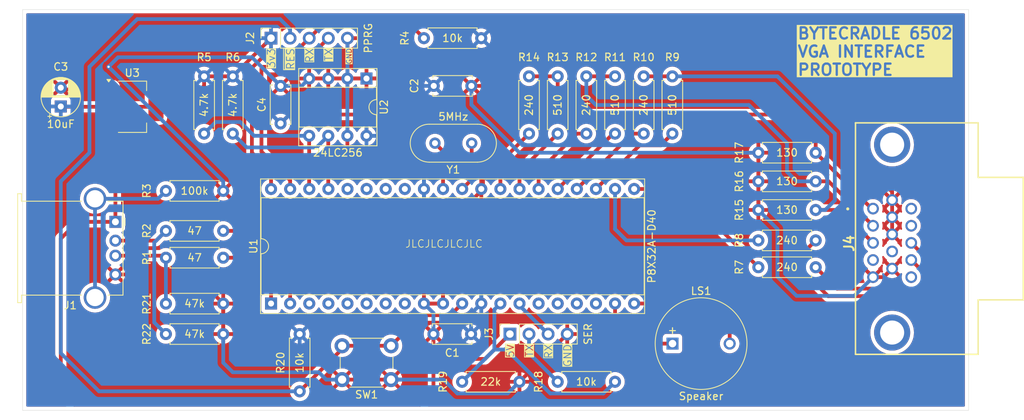
<source format=kicad_pcb>
(kicad_pcb (version 20240108) (generator "pcbnew") (generator_version "8.0")
  (layers (0 "F.Cu" signal) (31 "B.Cu" signal) (34 "B.Paste" user) (35 "F.Paste" user) (36 "B.SilkS" user "B.Silkscreen") (37 "F.SilkS" user "F.Silkscreen") (38 "B.Mask" user) (39 "F.Mask" user) (44 "Edge.Cuts" user))
  (net 0 "")
  (net 1 "+3V3")
  (net 2 "GND")
  (net 3 "Net-(J1-D-)")
  (net 4 "Net-(J1-D+)")
  (net 5 "Net-(J1-Shield)")
  (net 6 "+5V")
  (net 7 "RX")
  (net 8 "~{RES}")
  (net 9 "TX")
  (net 10 "Net-(J3-Pin_2)")
  (net 11 "RXIN")
  (net 13 "HSYNC")
  (net 14 "VSYNC")
  (net 15 "R")
  (net 16 "G")
  (net 19 "B")
  (net 22 "Net-(U1-P15)")
  (net 23 "Net-(U1-P14)")
  (net 24 "Net-(U1-P0)")
  (net 25 "Net-(U1-P1)")
  (net 26 "SDA")
  (net 27 "SCL")
  (net 28 "Net-(U1-P16)")
  (net 29 "Net-(U1-P17)")
  (net 30 "Net-(U1-P18)")
  (net 31 "Net-(U1-P19)")
  (net 32 "Net-(U1-P20)")
  (net 33 "Net-(U1-P21)")
  (net 34 "Net-(U1-P22)")
  (net 35 "Net-(U1-P23)")
  (net 36 "TXIN")
  (net 41 "Net-(U1-XO)")
  (net 50 "Net-(U1-XI)")
  (footprint "Resistor_THT:R_Axial_DIN0207_L6.3mm_D2.5mm_P7.62mm_Horizontal" (layer "F.Cu") (at 187.96 57.15 90)
    (property "Reference" "R10" (at 10.16 0 0) (layer "F.SilkS"))
    (property "Value" "240" (at 3.81 0 270) (layer "F.SilkS"))
    (pad "1" thru_hole circle (at 0 0 90) (size 1.6 1.6) (drill 0.8) (layers "*.Cu" "*.Mask") (net 31 "Net-(U1-P19)"))
    (pad "2" thru_hole oval (at 7.62 0 90) (size 1.6 1.6) (drill 0.8) (layers "*.Cu" "*.Mask") (net 19 "B"))
  )
  (footprint "Capacitor_THT:C_Disc_D5.0mm_W2.5mm_P5.00mm" (layer "F.Cu") (at 165.02 83.82 180)
    (property "Reference" "C1" (at 2.5 -2.5 180) (layer "F.SilkS"))
    (property "Value" "C")
    (pad "1" thru_hole circle (at 0 0 180) (size 1.6 1.6) (drill 0.8) (layers "*.Cu" "*.Mask") (net 1 "+3V3"))
    (pad "2" thru_hole circle (at 5 0 180) (size 1.6 1.6) (drill 0.8) (layers "*.Cu" "*.Mask") (net 2 "GND"))
  )
  (footprint "Buzzer_Beeper:MagneticBuzzer_ProSignal_ABI-009-RC" (layer "F.Cu") (at 191.79 85.09)
    (property "Reference" "LS1" (at 3.8 -7 0) (layer "F.SilkS"))
    (property "Value" "Speaker" (at 3.8 7 0) (layer "F.SilkS"))
    (fp_text user "+" (at 0 -1.8 0) (layer "F.SilkS"))
    (pad "1" thru_hole rect (at 0 0) (size 1.6 1.6) (drill 1) (layers "*.Cu" "*.Mask") (net 23 "Net-(U1-P14)"))
    (pad "2" thru_hole circle (at 7.6 0) (size 1.6 1.6) (drill 1) (layers "*.Cu" "*.Mask") (net 22 "Net-(U1-P15)"))
  )
  (footprint "Resistor_THT:R_Axial_DIN0207_L6.3mm_D2.5mm_P7.62mm_Horizontal" (layer "F.Cu") (at 124.46 73.66)
    (property "Reference" "R1" (at -2.54 0 90) (layer "F.SilkS"))
    (property "Value" "47" (at 3.81 0 0) (layer "F.SilkS"))
    (pad "1" thru_hole circle (at 0 0) (size 1.6 1.6) (drill 0.8) (layers "*.Cu" "*.Mask") (net 4 "Net-(J1-D+)"))
    (pad "2" thru_hole oval (at 7.62 0) (size 1.6 1.6) (drill 0.8) (layers "*.Cu" "*.Mask") (net 24 "Net-(U1-P0)"))
  )
  (footprint "Resistor_THT:R_Axial_DIN0207_L6.3mm_D2.5mm_P7.62mm_Horizontal" (layer "F.Cu") (at 191.77 57.15 90)
    (property "Reference" "R9" (at 10.16 0 0) (layer "F.SilkS"))
    (property "Value" "510" (at 3.81 0 270) (layer "F.SilkS"))
    (pad "1" thru_hole circle (at 0 0 90) (size 1.6 1.6) (drill 0.8) (layers "*.Cu" "*.Mask") (net 30 "Net-(U1-P18)"))
    (pad "2" thru_hole oval (at 7.62 0 90) (size 1.6 1.6) (drill 0.8) (layers "*.Cu" "*.Mask") (net 19 "B"))
  )
  (footprint "Crystal:Crystal_HC49-4H_Vertical" (layer "F.Cu") (at 165.1 58.42 180)
    (property "Reference" "Y1" (at 2.44 -3.525 180) (layer "F.SilkS"))
    (property "Value" "5MHz" (at 2.44 3.525 180) (layer "F.SilkS"))
    (pad "1" thru_hole circle (at 0 0 180) (size 1.5 1.5) (drill 0.8) (layers "*.Cu" "*.Mask") (net 50 "Net-(U1-XI)"))
    (pad "2" thru_hole circle (at 4.88 0 180) (size 1.5 1.5) (drill 0.8) (layers "*.Cu" "*.Mask") (net 41 "Net-(U1-XO)"))
  )
  (footprint "Resistor_THT:R_Axial_DIN0207_L6.3mm_D2.5mm_P7.62mm_Horizontal" (layer "F.Cu") (at 124.46 83.82)
    (property "Reference" "R22" (at -2.54 0 90) (layer "F.SilkS"))
    (property "Value" "47k" (at 3.81 0 0) (layer "F.SilkS"))
    (pad "1" thru_hole circle (at 0 0) (size 1.6 1.6) (drill 0.8) (layers "*.Cu" "*.Mask") (net 3 "Net-(J1-D-)"))
    (pad "2" thru_hole oval (at 7.62 0) (size 1.6 1.6) (drill 0.8) (layers "*.Cu" "*.Mask") (net 2 "GND"))
  )
  (footprint "Resistor_THT:R_Axial_DIN0207_L6.3mm_D2.5mm_P7.62mm_Horizontal" (layer "F.Cu") (at 210.82 59.69 180)
    (property "Reference" "R17" (at 10.16 0 -90) (layer "F.SilkS"))
    (property "Value" "130" (at 3.81 0 180) (layer "F.SilkS"))
    (pad "1" thru_hole circle (at 0 0 180) (size 1.6 1.6) (drill 0.8) (layers "*.Cu" "*.Mask") (net 15 "R"))
    (pad "2" thru_hole oval (at 7.62 0 180) (size 1.6 1.6) (drill 0.8) (layers "*.Cu" "*.Mask") (net 2 "GND"))
  )
  (footprint "Resistor_THT:R_Axial_DIN0207_L6.3mm_D2.5mm_P7.62mm_Horizontal" (layer "F.Cu") (at 180.34 57.15 90)
    (property "Reference" "R12" (at 10.16 0 0) (layer "F.SilkS"))
    (property "Value" "240" (at 3.81 0 270) (layer "F.SilkS"))
    (pad "1" thru_hole circle (at 0 0 90) (size 1.6 1.6) (drill 0.8) (layers "*.Cu" "*.Mask") (net 33 "Net-(U1-P21)"))
    (pad "2" thru_hole oval (at 7.62 0 90) (size 1.6 1.6) (drill 0.8) (layers "*.Cu" "*.Mask") (net 16 "G"))
  )
  (footprint "Resistor_THT:R_Axial_DIN0207_L6.3mm_D2.5mm_P7.62mm_Horizontal" (layer "F.Cu") (at 176.53 57.15 90)
    (property "Reference" "R13" (at 10.16 0 0) (layer "F.SilkS"))
    (property "Value" "510" (at 3.81 0 270) (layer "F.SilkS"))
    (pad "1" thru_hole circle (at 0 0 90) (size 1.6 1.6) (drill 0.8) (layers "*.Cu" "*.Mask") (net 34 "Net-(U1-P22)"))
    (pad "2" thru_hole oval (at 7.62 0 90) (size 1.6 1.6) (drill 0.8) (layers "*.Cu" "*.Mask") (net 15 "R"))
  )
  (footprint "Resistor_THT:R_Axial_DIN0207_L6.3mm_D2.5mm_P7.62mm_Horizontal" (layer "F.Cu") (at 124.46 79.77)
    (property "Reference" "R21" (at -2.54 0 90) (layer "F.SilkS"))
    (property "Value" "47k" (at 3.81 0 0) (layer "F.SilkS"))
    (pad "1" thru_hole circle (at 0 0) (size 1.6 1.6) (drill 0.8) (layers "*.Cu" "*.Mask") (net 4 "Net-(J1-D+)"))
    (pad "2" thru_hole oval (at 7.62 0) (size 1.6 1.6) (drill 0.8) (layers "*.Cu" "*.Mask") (net 2 "GND"))
  )
  (footprint "Resistor_THT:R_Axial_DIN0207_L6.3mm_D2.5mm_P7.62mm_Horizontal" (layer "F.Cu") (at 124.46 70.09)
    (property "Reference" "R2" (at -2.54 0 90) (layer "F.SilkS"))
    (property "Value" "47" (at 3.81 0 0) (layer "F.SilkS"))
    (pad "1" thru_hole circle (at 0 0) (size 1.6 1.6) (drill 0.8) (layers "*.Cu" "*.Mask") (net 3 "Net-(J1-D-)"))
    (pad "2" thru_hole oval (at 7.62 0) (size 1.6 1.6) (drill 0.8) (layers "*.Cu" "*.Mask") (net 25 "Net-(U1-P1)"))
  )
  (footprint "Resistor_THT:R_Axial_DIN0207_L6.3mm_D2.5mm_P7.62mm_Horizontal" (layer "F.Cu") (at 129.54 49.53 -90)
    (property "Reference" "R5" (at -2.54 0 180) (layer "F.SilkS"))
    (property "Value" "4.7k" (at 3.81 0 90) (layer "F.SilkS"))
    (pad "1" thru_hole circle (at 0 0 270) (size 1.6 1.6) (drill 0.8) (layers "*.Cu" "*.Mask") (net 1 "+3V3"))
    (pad "2" thru_hole oval (at 7.62 0 270) (size 1.6 1.6) (drill 0.8) (layers "*.Cu" "*.Mask") (net 26 "SDA"))
  )
  (footprint "Capacitor_THT:C_Disc_D5.0mm_W2.5mm_P5.00mm" (layer "F.Cu") (at 139.7 55.8 90)
    (property "Reference" "C4" (at 2.5 -2.5 270) (layer "F.SilkS"))
    (property "Value" "C")
    (pad "1" thru_hole circle (at 0 0 90) (size 1.6 1.6) (drill 0.8) (layers "*.Cu" "*.Mask") (net 1 "+3V3"))
    (pad "2" thru_hole circle (at 5 0 90) (size 1.6 1.6) (drill 0.8) (layers "*.Cu" "*.Mask") (net 2 "GND"))
  )
  (footprint "Connector_PinSocket_2.54mm:PinSocket_1x04_P2.54mm_Vertical" (layer "F.Cu") (at 170.18 83.82 90)
    (property "Reference" "J3" (at 0 -2.77 270) (layer "F.SilkS"))
    (property "Value" "SER" (at 0 10.39 270) (layer "F.SilkS"))
    (pad "1" thru_hole rect (at 0 0 90) (size 1.7 1.7) (drill 1) (layers "*.Cu" "*.Mask") (net 6 "+5V"))
    (pad "2" thru_hole oval (at 0 2.54 90) (size 1.7 1.7) (drill 1) (layers "*.Cu" "*.Mask") (net 10 "Net-(J3-Pin_2)"))
    (pad "3" thru_hole oval (at 0 5.08 90) (size 1.7 1.7) (drill 1) (layers "*.Cu" "*.Mask") (net 11 "RXIN"))
    (pad "4" thru_hole oval (at 0 7.62 90) (size 1.7 1.7) (drill 1) (layers "*.Cu" "*.Mask") (net 2 "GND"))
  )
  (footprint "Resistor_THT:R_Axial_DIN0207_L6.3mm_D2.5mm_P7.62mm_Horizontal" (layer "F.Cu") (at 166.37 44.45 180)
    (property "Reference" "R4" (at 10.16 0 -90) (layer "F.SilkS"))
    (property "Value" "10k" (at 3.81 0 180) (layer "F.SilkS"))
    (pad "1" thru_hole circle (at 0 0 180) (size 1.6 1.6) (drill 0.8) (layers "*.Cu" "*.Mask") (net 1 "+3V3"))
    (pad "2" thru_hole oval (at 7.62 0 180) (size 1.6 1.6) (drill 0.8) (layers "*.Cu" "*.Mask") (net 7 "RX"))
  )
  (footprint "Resistor_THT:R_Axial_DIN0207_L6.3mm_D2.5mm_P7.62mm_Horizontal" (layer "F.Cu") (at 184.15 57.15 90)
    (property "Reference" "R11" (at 10.16 0 0) (layer "F.SilkS"))
    (property "Value" "510" (at 3.81 0 270) (layer "F.SilkS"))
    (pad "1" thru_hole circle (at 0 0 90) (size 1.6 1.6) (drill 0.8) (layers "*.Cu" "*.Mask") (net 32 "Net-(U1-P20)"))
    (pad "2" thru_hole oval (at 7.62 0 90) (size 1.6 1.6) (drill 0.8) (layers "*.Cu" "*.Mask") (net 16 "G"))
  )
  (footprint "Package_DIP:DIP-8_W7.62mm_Socket" (layer "F.Cu") (at 151.12 49.818 -90)
    (property "Reference" "U2" (at 3.81 -2.33 90) (layer "F.SilkS"))
    (property "Value" "24LC256" (at 9.872 3.8 180) (layer "F.SilkS"))
    (pad "1" thru_hole rect (at 0 0 270) (size 1.6 1.6) (drill 0.8) (layers "*.Cu" "*.Mask") (net 2 "GND"))
    (pad "2" thru_hole oval (at 0 2.54 270) (size 1.6 1.6) (drill 0.8) (layers "*.Cu" "*.Mask") (net 2 "GND"))
    (pad "3" thru_hole oval (at 0 5.08 270) (size 1.6 1.6) (drill 0.8) (layers "*.Cu" "*.Mask") (net 2 "GND"))
    (pad "4" thru_hole oval (at 0 7.62 270) (size 1.6 1.6) (drill 0.8) (layers "*.Cu" "*.Mask") (net 2 "GND"))
    (pad "5" thru_hole oval (at 7.62 7.62 270) (size 1.6 1.6) (drill 0.8) (layers "*.Cu" "*.Mask") (net 26 "SDA"))
    (pad "6" thru_hole oval (at 7.62 5.08 270) (size 1.6 1.6) (drill 0.8) (layers "*.Cu" "*.Mask") (net 27 "SCL"))
    (pad "7" thru_hole oval (at 7.62 2.54 270) (size 1.6 1.6) (drill 0.8) (layers "*.Cu" "*.Mask") (net 2 "GND"))
    (pad "8" thru_hole oval (at 7.62 0 270) (size 1.6 1.6) (drill 0.8) (layers "*.Cu" "*.Mask") (net 1 "+3V3"))
  )
  (footprint "Resistor_THT:R_Axial_DIN0207_L6.3mm_D2.5mm_P7.62mm_Horizontal" (layer "F.Cu") (at 133.35 49.53 -90)
    (property "Reference" "R6" (at -2.54 0 180) (layer "F.SilkS"))
    (property "Value" "4.7k" (at 3.81 0 90) (layer "F.SilkS"))
    (pad "1" thru_hole circle (at 0 0 270) (size 1.6 1.6) (drill 0.8) (layers "*.Cu" "*.Mask") (net 1 "+3V3"))
    (pad "2" thru_hole oval (at 7.62 0 270) (size 1.6 1.6) (drill 0.8) (layers "*.Cu" "*.Mask") (net 27 "SCL"))
  )
  (footprint "Resistor_THT:R_Axial_DIN0207_L6.3mm_D2.5mm_P7.62mm_Horizontal" (layer "F.Cu") (at 210.82 63.5 180)
    (property "Reference" "R16" (at 10.16 0 -90) (layer "F.SilkS"))
    (property "Value" "130" (at 3.81 0 180) (layer "F.SilkS"))
    (pad "1" thru_hole circle (at 0 0 180) (size 1.6 1.6) (drill 0.8) (layers "*.Cu" "*.Mask") (net 16 "G"))
    (pad "2" thru_hole oval (at 7.62 0 180) (size 1.6 1.6) (drill 0.8) (layers "*.Cu" "*.Mask") (net 2 "GND"))
  )
  (footprint "Resistor_THT:R_Axial_DIN0207_L6.3mm_D2.5mm_P7.62mm_Horizontal" (layer "F.Cu") (at 163.83 90.17)
    (property "Reference" "R19" (at -2.54 0 90) (layer "F.SilkS"))
    (property "Value" "22k" (at 3.81 0 0) (layer "F.SilkS"))
    (pad "1" thru_hole circle (at 0 0) (size 1.6 1.6) (drill 0.8) (layers "*.Cu" "*.Mask") (net 36 "TXIN"))
    (pad "2" thru_hole oval (at 7.62 0) (size 1.6 1.6) (drill 0.8) (layers "*.Cu" "*.Mask") (net 2 "GND"))
  )
  (footprint "Resistor_THT:R_Axial_DIN0207_L6.3mm_D2.5mm_P7.62mm_Horizontal" (layer "F.Cu") (at 210.82 67.31 180)
    (property "Reference" "R15" (at 10.16 0 -90) (layer "F.SilkS"))
    (property "Value" "130" (at 3.81 0 180) (layer "F.SilkS"))
    (pad "1" thru_hole circle (at 0 0 180) (size 1.6 1.6) (drill 0.8) (layers "*.Cu" "*.Mask") (net 19 "B"))
    (pad "2" thru_hole oval (at 7.62 0 180) (size 1.6 1.6) (drill 0.8) (layers "*.Cu" "*.Mask") (net 2 "GND"))
  )
  (footprint "Resistor_THT:R_Axial_DIN0207_L6.3mm_D2.5mm_P7.62mm_Horizontal" (layer "F.Cu") (at 176.53 90.17)
    (property "Reference" "R18" (at -2.54 0 90) (layer "F.SilkS"))
    (property "Value" "10k" (at 3.81 0 0) (layer "F.SilkS"))
    (pad "1" thru_hole circle (at 0 0) (size 1.6 1.6) (drill 0.8) (layers "*.Cu" "*.Mask") (net 10 "Net-(J3-Pin_2)"))
    (pad "2" thru_hole oval (at 7.62 0) (size 1.6 1.6) (drill 0.8) (layers "*.Cu" "*.Mask") (net 36 "TXIN"))
  )
  (footprint "Capacitor_THT:CP_Radial_D5.0mm_P2.50mm" (layer "F.Cu") (at 110.49 53.54 90)
    (property "Reference" "C3" (at 5.28 0 0) (layer "F.SilkS"))
    (property "Value" "10uF" (at -2.34 0 0) (layer "F.SilkS"))
    (pad "1" thru_hole rect (at 0 0 90) (size 1.6 1.6) (drill 0.8) (layers "*.Cu" "*.Mask") (net 1 "+3V3"))
    (pad "2" thru_hole circle (at 2.5 0 90) (size 1.6 1.6) (drill 0.8) (layers "*.Cu" "*.Mask") (net 2 "GND"))
  )
  (footprint "Connector_USB:USB_A_Stewart_SS-52100-001_Horizontal" (layer "F.Cu") (at 117.75 68.89 -90)
    (property "Reference" "J1" (at 11.12 5.99 180) (layer "F.SilkS"))
    (property "Value" "USB_A")
    (pad "1" thru_hole rect (at 0 0 270) (size 1.6 1.6) (drill 0.92) (layers "*.Cu" "*.Mask") (net 6 "+5V"))
    (pad "2" thru_hole circle (at 2.5 0 270) (size 1.6 1.6) (drill 0.92) (layers "*.Cu" "*.Mask") (net 3 "Net-(J1-D-)"))
    (pad "3" thru_hole circle (at 4.5 0 270) (size 1.6 1.6) (drill 0.92) (layers "*.Cu" "*.Mask") (net 4 "Net-(J1-D+)"))
    (pad "4" thru_hole circle (at 7 0 270) (size 1.6 1.6) (drill 0.92) (layers "*.Cu" "*.Mask") (net 2 "GND"))
    (pad "5" thru_hole circle (at -3.07 2.71 270) (size 3 3) (drill 2.3) (layers "*.Cu" "*.Mask") (net 5 "Net-(J1-Shield)"))
    (pad "5" thru_hole circle (at 10.07 2.71 270) (size 3 3) (drill 2.3) (layers "*.Cu" "*.Mask") (net 5 "Net-(J1-Shield)"))
  )
  (footprint "Connector_PinSocket_2.54mm:PinSocket_1x05_P2.54mm_Vertical" (layer "F.Cu") (at 138.43 44.45 90)
    (property "Reference" "J2" (at 0 -2.77 270) (layer "F.SilkS"))
    (property "Value" "PPRG" (at 0 12.93 270) (layer "F.SilkS"))
    (pad "1" thru_hole rect (at 0 0 90) (size 1.7 1.7) (drill 1) (layers "*.Cu" "*.Mask") (net 1 "+3V3"))
    (pad "2" thru_hole oval (at 0 2.54 90) (size 1.7 1.7) (drill 1) (layers "*.Cu" "*.Mask") (net 8 "~{RES}"))
    (pad "3" thru_hole oval (at 0 5.08 90) (size 1.7 1.7) (drill 1) (layers "*.Cu" "*.Mask") (net 7 "RX"))
    (pad "4" thru_hole oval (at 0 7.62 90) (size 1.7 1.7) (drill 1) (layers "*.Cu" "*.Mask") (net 9 "TX"))
    (pad "5" thru_hole oval (at 0 10.16 90) (size 1.7 1.7) (drill 1) (layers "*.Cu" "*.Mask") (net 2 "GND"))
  )
  (footprint "Button_Switch_THT:SW_PUSH_6mm" (layer "F.Cu") (at 154.38 89.88 180)
    (property "Reference" "SW1" (at 3.25 -2 180) (layer "F.SilkS"))
    (property "Value" "SW_Push")
    (pad "1" thru_hole circle (at 0 0 270) (size 2 2) (drill 1.1) (layers "*.Cu" "*.Mask") (net 2 "GND"))
    (pad "1" thru_hole circle (at 6.5 0 270) (size 2 2) (drill 1.1) (layers "*.Cu" "*.Mask") (net 2 "GND"))
    (pad "2" thru_hole circle (at 0 4.5 270) (size 2 2) (drill 1.1) (layers "*.Cu" "*.Mask") (net 8 "~{RES}"))
    (pad "2" thru_hole circle (at 6.5 4.5 270) (size 2 2) (drill 1.1) (layers "*.Cu" "*.Mask") (net 8 "~{RES}"))
  )
  (footprint "Capacitor_THT:C_Disc_D5.0mm_W2.5mm_P5.00mm" (layer "F.Cu") (at 160.06 50.8)
    (property "Reference" "C2" (at -2.58 0 90) (layer "F.SilkS"))
    (property "Value" "C")
    (pad "1" thru_hole circle (at 0 0) (size 1.6 1.6) (drill 0.8) (layers "*.Cu" "*.Mask") (net 1 "+3V3"))
    (pad "2" thru_hole circle (at 5 0) (size 1.6 1.6) (drill 0.8) (layers "*.Cu" "*.Mask") (net 2 "GND"))
  )
  (footprint "components:618015330923" (layer "F.Cu") (at 232.41 71.12 90)
    (property "Reference" "J4" (at -0.635 -17.145 270) (layer "F.SilkS") (effects (font (size 1.27 1.27) (thickness 0.254))))
    (property "Value" "VGA" (hide yes))
    (pad "1" thru_hole circle (at 3.99 -13.97 90) (size 1.55 1.55) (drill 1) (layers "*.Cu" "*.Mask") (net 15 "R"))
    (pad "2" thru_hole circle (at 1.71 -13.97 90) (size 1.55 1.55) (drill 1) (layers "*.Cu" "*.Mask") (net 16 "G"))
    (pad "3" thru_hole circle (at -0.57 -13.97 90) (size 1.55 1.55) (drill 1) (layers "*.Cu" "*.Mask") (net 19 "B"))
    (pad "4" thru_hole circle (at -2.85 -13.97 90) (size 1.55 1.55) (drill 1) (layers "*.Cu" "*.Mask"))
    (pad "5" thru_hole circle (at -5.13 -13.97 90) (size 1.55 1.55) (drill 1) (layers "*.Cu" "*.Mask") (net 2 "GND"))
    (pad "6" thru_hole circle (at 5.13 -11.43 90) (size 1.55 1.55) (drill 1) (layers "*.Cu" "*.Mask") (net 2 "GND"))
    (pad "7" thru_hole circle (at 2.85 -11.43 90) (size 1.55 1.55) (drill 1) (layers "*.Cu" "*.Mask") (net 2 "GND"))
    (pad "8" thru_hole circle (at 0.57 -11.43 90) (size 1.55 1.55) (drill 1) (layers "*.Cu" "*.Mask") (net 2 "GND"))
    (pad "9" thru_hole circle (at -1.71 -11.43 90) (size 1.55 1.55) (drill 1) (layers "*.Cu" "*.Mask"))
    (pad "10" thru_hole circle (at -3.99 -11.43 90) (size 1.55 1.55) (drill 1) (layers "*.Cu" "*.Mask") (net 2 "GND"))
    (pad "11" thru_hole circle (at 3.99 -8.89 90) (size 1.55 1.55) (drill 1) (layers "*.Cu" "*.Mask"))
    (pad "12" thru_hole circle (at 1.71 -8.89 90) (size 1.55 1.55) (drill 1) (layers "*.Cu" "*.Mask"))
    (pad "13" thru_hole circle (at -0.57 -8.89 90) (size 1.55 1.55) (drill 1) (layers "*.Cu" "*.Mask") (net 13 "HSYNC"))
    (pad "14" thru_hole circle (at -2.85 -8.89 90) (size 1.55 1.55) (drill 1) (layers "*.Cu" "*.Mask") (net 14 "VSYNC"))
    (pad "15" thru_hole circle (at -5.13 -8.89 90) (size 1.55 1.55) (drill 1) (layers "*.Cu" "*.Mask"))
    (pad "16" thru_hole circle (at -12.5 -11.43 90) (size 4.8 4.8) (drill 3.2) (layers "*.Cu" "*.Mask"))
    (pad "17" thru_hole circle (at 12.5 -11.43 90) (size 4.8 4.8) (drill 3.2) (layers "*.Cu" "*.Mask"))
  )
  (footprint "Package_DIP:DIP-40_W15.24mm_Socket" (layer "F.Cu") (at 138.435 79.756 90)
    (property "Reference" "U1" (at 7.62 -2.33 90) (layer "F.SilkS"))
    (property "Value" "P8X32A-D40" (at 7.62 50.59 90) (layer "F.SilkS"))
    (pad "1" thru_hole rect (at 0 0 90) (size 1.6 1.6) (drill 0.8) (layers "*.Cu" "*.Mask") (net 24 "Net-(U1-P0)"))
    (pad "2" thru_hole oval (at 0 2.54 90) (size 1.6 1.6) (drill 0.8) (layers "*.Cu" "*.Mask") (net 25 "Net-(U1-P1)"))
    (pad "3" thru_hole oval (at 0 5.08 90) (size 1.6 1.6) (drill 0.8) (layers "*.Cu" "*.Mask"))
    (pad "4" thru_hole oval (at 0 7.62 90) (size 1.6 1.6) (drill 0.8) (layers "*.Cu" "*.Mask"))
    (pad "5" thru_hole oval (at 0 10.16 90) (size 1.6 1.6) (drill 0.8) (layers "*.Cu" "*.Mask"))
    (pad "6" thru_hole oval (at 0 12.7 90) (size 1.6 1.6) (drill 0.8) (layers "*.Cu" "*.Mask"))
    (pad "7" thru_hole oval (at 0 15.24 90) (size 1.6 1.6) (drill 0.8) (layers "*.Cu" "*.Mask"))
    (pad "8" thru_hole oval (at 0 17.78 90) (size 1.6 1.6) (drill 0.8) (layers "*.Cu" "*.Mask"))
    (pad "9" thru_hole oval (at 0 20.32 90) (size 1.6 1.6) (drill 0.8) (layers "*.Cu" "*.Mask") (net 2 "GND"))
    (pad "10" thru_hole oval (at 0 22.86 90) (size 1.6 1.6) (drill 0.8) (layers "*.Cu" "*.Mask") (net 2 "GND"))
    (pad "11" thru_hole oval (at 0 25.4 90) (size 1.6 1.6) (drill 0.8) (layers "*.Cu" "*.Mask") (net 8 "~{RES}"))
    (pad "12" thru_hole oval (at 0 27.94 90) (size 1.6 1.6) (drill 0.8) (layers "*.Cu" "*.Mask") (net 1 "+3V3"))
    (pad "13" thru_hole oval (at 0 30.48 90) (size 1.6 1.6) (drill 0.8) (layers "*.Cu" "*.Mask") (net 36 "TXIN"))
    (pad "14" thru_hole oval (at 0 33.02 90) (size 1.6 1.6) (drill 0.8) (layers "*.Cu" "*.Mask") (net 11 "RXIN"))
    (pad "15" thru_hole oval (at 0 35.56 90) (size 1.6 1.6) (drill 0.8) (layers "*.Cu" "*.Mask"))
    (pad "16" thru_hole oval (at 0 38.1 90) (size 1.6 1.6) (drill 0.8) (layers "*.Cu" "*.Mask"))
    (pad "17" thru_hole oval (at 0 40.64 90) (size 1.6 1.6) (drill 0.8) (layers "*.Cu" "*.Mask"))
    (pad "18" thru_hole oval (at 0 43.18 90) (size 1.6 1.6) (drill 0.8) (layers "*.Cu" "*.Mask"))
    (pad "19" thru_hole oval (at 0 45.72 90) (size 1.6 1.6) (drill 0.8) (layers "*.Cu" "*.Mask") (net 23 "Net-(U1-P14)"))
    (pad "20" thru_hole oval (at 0 48.26 90) (size 1.6 1.6) (drill 0.8) (layers "*.Cu" "*.Mask") (net 22 "Net-(U1-P15)"))
    (pad "21" thru_hole oval (at 15.24 48.26 90) (size 1.6 1.6) (drill 0.8) (layers "*.Cu" "*.Mask") (net 28 "Net-(U1-P16)"))
    (pad "22" thru_hole oval (at 15.24 45.72 90) (size 1.6 1.6) (drill 0.8) (layers "*.Cu" "*.Mask") (net 29 "Net-(U1-P17)"))
    (pad "23" thru_hole oval (at 15.24 43.18 90) (size 1.6 1.6) (drill 0.8) (layers "*.Cu" "*.Mask") (net 30 "Net-(U1-P18)"))
    (pad "24" thru_hole oval (at 15.24 40.64 90) (size 1.6 1.6) (drill 0.8) (layers "*.Cu" "*.Mask") (net 31 "Net-(U1-P19)"))
    (pad "25" thru_hole oval (at 15.24 38.1 90) (size 1.6 1.6) (drill 0.8) (layers "*.Cu" "*.Mask") (net 32 "Net-(U1-P20)"))
    (pad "26" thru_hole oval (at 15.24 35.56 90) (size 1.6 1.6) (drill 0.8) (layers "*.Cu" "*.Mask") (net 33 "Net-(U1-P21)"))
    (pad "27" thru_hole oval (at 15.24 33.02 90) (size 1.6 1.6) (drill 0.8) (layers "*.Cu" "*.Mask") (net 34 "Net-(U1-P22)"))
    (pad "28" thru_hole oval (at 15.24 30.48 90) (size 1.6 1.6) (drill 0.8) (layers "*.Cu" "*.Mask") (net 35 "Net-(U1-P23)"))
    (pad "29" thru_hole oval (at 15.24 27.94 90) (size 1.6 1.6) (drill 0.8) (layers "*.Cu" "*.Mask") (net 2 "GND"))
    (pad "30" thru_hole oval (at 15.24 25.4 90) (size 1.6 1.6) (drill 0.8) (layers "*.Cu" "*.Mask") (net 50 "Net-(U1-XI)"))
    (pad "31" thru_hole oval (at 15.24 22.86 90) (size 1.6 1.6) (drill 0.8) (layers "*.Cu" "*.Mask") (net 41 "Net-(U1-XO)"))
    (pad "32" thru_hole oval (at 15.24 20.32 90) (size 1.6 1.6) (drill 0.8) (layers "*.Cu" "*.Mask") (net 1 "+3V3"))
    (pad "33" thru_hole oval (at 15.24 17.78 90) (size 1.6 1.6) (drill 0.8) (layers "*.Cu" "*.Mask"))
    (pad "34" thru_hole oval (at 15.24 15.24 90) (size 1.6 1.6) (drill 0.8) (layers "*.Cu" "*.Mask"))
    (pad "35" thru_hole oval (at 15.24 12.7 90) (size 1.6 1.6) (drill 0.8) (layers "*.Cu" "*.Mask"))
    (pad "36" thru_hole oval (at 15.24 10.16 90) (size 1.6 1.6) (drill 0.8) (layers "*.Cu" "*.Mask"))
    (pad "37" thru_hole oval (at 15.24 7.62 90) (size 1.6 1.6) (drill 0.8) (layers "*.Cu" "*.Mask") (net 27 "SCL"))
    (pad "38" thru_hole oval (at 15.24 5.08 90) (size 1.6 1.6) (drill 0.8) (layers "*.Cu" "*.Mask") (net 26 "SDA"))
    (pad "39" thru_hole oval (at 15.24 2.54 90) (size 1.6 1.6) (drill 0.8) (layers "*.Cu" "*.Mask") (net 9 "TX"))
    (pad "40" thru_hole oval (at 15.24 0 90) (size 1.6 1.6) (drill 0.8) (layers "*.Cu" "*.Mask") (net 7 "RX"))
  )
  (footprint "Resistor_THT:R_Axial_DIN0207_L6.3mm_D2.5mm_P7.62mm_Horizontal" (layer "F.Cu") (at 203.2 74.93)
    (property "Reference" "R7" (at -2.54 0 90) (layer "F.SilkS"))
    (property "Value" "240" (at 3.81 0 0) (layer "F.SilkS"))
    (pad "1" thru_hole circle (at 0 0) (size 1.6 1.6) (drill 0.8) (layers "*.Cu" "*.Mask") (net 28 "Net-(U1-P16)"))
    (pad "2" thru_hole oval (at 7.62 0) (size 1.6 1.6) (drill 0.8) (layers "*.Cu" "*.Mask") (net 14 "VSYNC"))
  )
  (footprint "Package_TO_SOT_SMD:SOT-223-3_TabPin2" (layer "F.Cu") (at 119.99 53.58)
    (property "Reference" "U3" (at 0 -4.5 0) (layer "F.SilkS"))
    (property "Value" "LD1117S33TR_SOT223")
    (pad "1" smd roundrect (at -3.15 -2.3) (size 2 1.5) (layers "F.Cu" "F.Paste" "F.Mask") (net 2 "GND"))
    (pad "2" smd roundrect (at -3.15 0) (size 2 1.5) (layers "F.Cu" "F.Paste" "F.Mask") (net 1 "+3V3"))
    (pad "2" smd roundrect (at 3.15 0) (size 2 3.8) (layers "F.Cu" "F.Paste" "F.Mask") (net 1 "+3V3"))
    (pad "3" smd roundrect (at -3.15 2.3) (size 2 1.5) (layers "F.Cu" "F.Paste" "F.Mask") (net 6 "+5V"))
  )
  (footprint "Resistor_THT:R_Axial_DIN0207_L6.3mm_D2.5mm_P7.62mm_Horizontal" (layer "F.Cu") (at 142.24 83.82 -90)
    (property "Reference" "R20" (at 3.81 2.54 90) (layer "F.SilkS"))
    (property "Value" "10k" (at 3.81 0 90) (layer "F.SilkS"))
    (pad "1" thru_hole circle (at 0 0 270) (size 1.6 1.6) (drill 0.8) (layers "*.Cu" "*.Mask") (net 1 "+3V3"))
    (pad "2" thru_hole oval (at 7.62 0 270) (size 1.6 1.6) (drill 0.8) (layers "*.Cu" "*.Mask") (net 8 "~{RES}"))
  )
  (footprint "Resistor_THT:R_Axial_DIN0207_L6.3mm_D2.5mm_P7.62mm_Horizontal" (layer "F.Cu") (at 132.08 64.77 180)
    (property "Reference" "R3" (at 10.16 0 -90) (layer "F.SilkS"))
    (property "Value" "100k" (at 3.81 0 180) (layer "F.SilkS"))
    (pad "1" thru_hole circle (at 0 0 180) (size 1.6 1.6) (drill 0.8) (layers "*.Cu" "*.Mask") (net 2 "GND"))
    (pad "2" thru_hole oval (at 7.62 0 180) (size 1.6 1.6) (drill 0.8) (layers "*.Cu" "*.Mask") (net 5 "Net-(J1-Shield)"))
  )
  (footprint "Resistor_THT:R_Axial_DIN0207_L6.3mm_D2.5mm_P7.62mm_Horizontal" (layer "F.Cu") (at 172.72 57.15 90)
    (property "Reference" "R14" (at 10.16 0 0) (layer "F.SilkS"))
    (property "Value" "240" (at 3.81 0 270) (layer "F.SilkS"))
    (pad "1" thru_hole circle (at 0 0 90) (size 1.6 1.6) (drill 0.8) (layers "*.Cu" "*.Mask") (net 35 "Net-(U1-P23)"))
    (pad "2" thru_hole oval (at 7.62 0 90) (size 1.6 1.6) (drill 0.8) (layers "*.Cu" "*.Mask") (net 15 "R"))
  )
  (footprint "Resistor_THT:R_Axial_DIN0207_L6.3mm_D2.5mm_P7.62mm_Horizontal" (layer "F.Cu") (at 203.2 71.36)
    (property "Reference" "R8" (at -2.54 0 90) (layer "F.SilkS"))
    (property "Value" "240" (at 3.81 0 0) (layer "F.SilkS"))
    (pad "1" thru_hole circle (at 0 0) (size 1.6 1.6) (drill 0.8) (layers "*.Cu" "*.Mask") (net 29 "Net-(U1-P17)"))
    (pad "2" thru_hole oval (at 7.62 0) (size 1.6 1.6) (drill 0.8) (layers "*.Cu" "*.Mask") (net 13 "HSYNC"))
  )
  (gr_rect (start 105.41 40.64) (end 231.14 93.98) (stroke (width 0.05)) (fill none) (layer "Edge.Cuts"))
  (gr_text "GND" (at 149.225 45.72 90) (layer "F.SilkS" knockout) (effects (font (size 0.7 0.7) (thickness 0.1)) (justify right bottom)))
  (gr_text "RX" (at 144.145 45.72 90) (layer "F.SilkS" knockout) (effects (font (size 1 1) (thickness 0.1)) (justify right bottom)))
  (gr_text "5V" (at 170.815 85.09 90) (layer "F.SilkS" knockout) (effects (font (size 1 1) (thickness 0.1)) (justify right bottom)))
  (gr_text "TX" (at 146.685 45.72 90) (layer "F.SilkS" knockout) (effects (font (size 1 1) (thickness 0.1)) (justify right bottom)))
  (gr_text "BYTECRADLE 6502\nVGA INTERFACE\nPROTOTYPE" (at 208.28 49.53 0) (layer "F.SilkS" knockout) (effects (font (size 1.5 1.5) (thickness 0.3) (bold yes)) (justify left bottom)))
  (gr_text "~{RES}" (at 141.605 45.72 90) (layer "F.SilkS" knockout) (effects (font (size 1 1) (thickness 0.1)) (justify right bottom)))
  (gr_text "GND" (at 178.435 85.09 90) (layer "F.SilkS" knockout) (effects (font (size 1 1) (thickness 0.1)) (justify right bottom)))
  (gr_text "TX" (at 173.355 85.09 90) (layer "F.SilkS" knockout) (effects (font (size 1 1) (thickness 0.1)) (justify right bottom)))
  (gr_text "RX" (at 175.895 85.09 90) (layer "F.SilkS" knockout) (effects (font (size 1 1) (thickness 0.1)) (justify right bottom)))
  (gr_text "JLCJLCJLCJLC" (at 156.21 72.39 0) (layer "F.SilkS") (effects (font (size 1 1) (thickness 0.1)) (justify left bottom)))
  (gr_text "3v3" (at 139.065 45.72 90) (layer "F.SilkS" knockout) (effects (font (size 1 1) (thickness 0.1)) (justify right bottom)))
  (segment (start 116.84 53.58) (end 110.53 53.58) (width 0.5) (layer "F.Cu") (net 1))
  (segment (start 129.54 50.8) (end 129.54 49.53) (width 0.5) (layer "F.Cu") (net 1))
  (segment (start 110.53 53.58) (end 110.49 53.54) (width 0.5) (layer "F.Cu") (net 1))
  (segment (start 133.35 49.53) (end 138.43 44.45) (width 0.5) (layer "F.Cu") (net 1))
  (segment (start 123.14 53.58) (end 126.76 53.58) (width 0.5) (layer "F.Cu") (net 1))
  (segment (start 139.7 55.8) (end 140.89 54.61) (width 0.5) (layer "F.Cu") (net 1))
  (segment (start 149.86 54.61) (end 151.12 55.87) (width 0.5) (layer "F.Cu") (net 1))
  (segment (start 151.12 55.87) (end 151.12 57.438) (width 0.5) (layer "F.Cu") (net 1))
  (segment (start 140.89 54.61) (end 149.86 54.61) (width 0.5) (layer "F.Cu") (net 1))
  (segment (start 126.76 53.58) (end 129.54 50.8) (width 0.5) (layer "F.Cu") (net 1))
  (segment (start 129.54 49.53) (end 133.35 49.53) (width 0.5) (layer "F.Cu") (net 1))
  (segment (start 123.14 53.58) (end 116.84 53.58) (width 0.5) (layer "F.Cu") (net 1))
  (segment (start 165.02 83.82) (end 165.02 81.111) (width 0.5) (layer "B.Cu") (net 1))
  (segment (start 142.24 86.36) (end 142.24 83.82) (width 0.5) (layer "B.Cu") (net 1))
  (segment (start 153.958 57.438) (end 151.12 57.438) (width 0.5) (layer "B.Cu") (net 1))
  (segment (start 166.37 44.45) (end 160.06 50.76) (width 0.5) (layer "B.Cu") (net 1))
  (segment (start 165.02 81.111) (end 166.375 79.756) (width 0.5) (layer "B.Cu") (net 1))
  (segment (start 139.7 55.8) (end 133.43 49.53) (width 0.5) (layer "B.Cu") (net 1))
  (segment (start 158.755 64.516) (end 158.755 60.965) (width 0.5) (layer "B.Cu") (net 1))
  (segment (start 157.48 50.8) (end 160.06 50.8) (width 0.5) (layer "B.Cu") (net 1))
  (segment (start 160.06 50.76) (end 160.06 50.8) (width 0.5) (layer "B.Cu") (net 1))
  (segment (start 158.755 69.845) (end 158.755 64.516) (width 0.5) (layer "B.Cu") (net 1))
  (segment (start 161.71 87.13) (end 143.01 87.13) (width 0.5) (layer "B.Cu") (net 1))
  (segment (start 165.02 83.82) (end 161.71 87.13) (width 0.5) (layer "B.Cu") (net 1))
  (segment (start 156.21 58.42) (end 154.94 58.42) (width 0.5) (layer "B.Cu") (net 1))
  (segment (start 156.21 52.07) (end 157.48 50.8) (width 0.5) (layer "B.Cu") (net 1))
  (segment (start 158.755 60.965) (end 156.21 58.42) (width 0.5) (layer "B.Cu") (net 1))
  (segment (start 154.94 58.42) (end 153.958 57.438) (width 0.5) (layer "B.Cu") (net 1))
  (segment (start 143.01 87.13) (end 142.24 86.36) (width 0.5) (layer "B.Cu") (net 1))
  (segment (start 158.75 69.85) (end 158.755 69.845) (width 0.5) (layer "B.Cu") (net 1))
  (segment (start 166.375 77.475) (end 158.75 69.85) (width 0.5) (layer "B.Cu") (net 1))
  (segment (start 156.21 58.42) (end 156.21 52.07) (width 0.5) (layer "B.Cu") (net 1))
  (segment (start 166.375 79.756) (end 166.375 77.475) (width 0.5) (layer "B.Cu") (net 1))
  (segment (start 133.43 49.53) (end 133.35 49.53) (width 0.5) (layer "B.Cu") (net 1))
  (segment (start 132.08 79.77) (end 132.08 83.82) (width 0.5) (layer "F.Cu") (net 2))
  (segment (start 143.5 49.818) (end 151.12 49.818) (width 0.5) (layer "F.Cu") (net 2))
  (segment (start 166.6 52.34) (end 166.6 64.291) (width 0.5) (layer "F.Cu") (net 2))
  (segment (start 154.38 89.88) (end 156.5 89.88) (width 0.5) (layer "F.Cu") (net 2))
  (segment (start 166.375 64.765) (end 161.295 69.845) (width 0.5) (layer "F.Cu") (net 2))
  (segment (start 167.64 50.8) (end 165.06 50.8) (width 0.5) (layer "F.Cu") (net 2))
  (segment (start 154.38 89.88) (end 147.88 89.88) (width 0.5) (layer "F.Cu") (net 2))
  (segment (start 218.44 76.25) (end 219.84 76.25) (width 0.5) (layer "F.Cu") (net 2))
  (segment (start 200.536015 44.45) (end 173.99 44.45) (width 0.5) (layer "F.Cu") (net 2))
  (segment (start 128.2 75.89) (end 132.08 79.77) (width 0.5) (layer "F.Cu") (net 2))
  (segment (start 116.84 48.26) (end 116.84 51.28) (width 0.5) (layer "F.Cu") (net 2))
  (segment (start 203.2 67.31) (end 203.2 59.69) (width 0.5) (layer "F.Cu") (net 2))
  (segment (start 159.417968 52.35) (end 163.51 52.35) (width 0.5) (layer "F.Cu") (net 2))
  (segment (start 220.98 70.55) (end 220.98 65.99) (width 0.5) (layer "F.Cu") (net 2))
  (segment (start 156.5 89.88) (end 160.02 86.36) (width 0.5) (layer "F.Cu") (net 2))
  (segment (start 220.98 64.893985) (end 200.536015 44.45) (width 0.5) (layer "F.Cu") (net 2))
  (segment (start 166.6 64.291) (end 166.375 64.516) (width 0.5) (layer "F.Cu") (net 2))
  (segment (start 177.8 83.82) (end 171.45 90.17) (width 0.5) (layer "F.Cu") (net 2))
  (segment (start 163.51 52.35) (end 165.06 50.8) (width 0.5) (layer "F.Cu") (net 2))
  (segment (start 116.84 51.28) (end 110.73 51.28) (width 0.5) (layer "F.Cu") (net 2))
  (segment (start 156.885968 49.818) (end 159.417968 52.35) (width 0.5) (layer "F.Cu") (net 2))
  (segment (start 161.295 69.845) (end 161.295 79.756) (width 0.5) (layer "F.Cu") (net 2))
  (segment (start 219.84 76.25) (end 220.98 75.11) (width 0.5) (layer "F.Cu") (net 2))
  (segment (start 110.73 51.28) (end 110.49 51.04) (width 0.5) (layer "F.Cu") (net 2))
  (segment (start 117.75 75.89) (end 128.2 75.89) (width 0.5) (layer "F.Cu") (net 2))
  (segment (start 166.375 64.516) (end 166.375 64.765) (width 0.5) (layer "F.Cu") (net 2))
  (segment (start 158.755 79.756) (end 161.295 79.756) (width 0.5) (layer "F.Cu") (net 2))
  (segment (start 160.02 86.36) (end 160.02 83.82) (width 0.5) (layer "F.Cu") (net 2))
  (segment (start 220.98 65.99) (end 220.98 64.893985) (width 0.5) (layer "F.Cu") (net 2))
  (segment (start 151.12 49.818) (end 156.885968 49.818) (width 0.5) (layer "F.Cu") (net 2))
  (segment (start 165.06 50.8) (end 166.6 52.34) (width 0.5) (layer "F.Cu") (net 2))
  (segment (start 173.99 44.45) (end 167.64 50.8) (width 0.5) (layer "F.Cu") (net 2))
  (via (at 116.84 48.26) (size 0.6) (drill 0.3) (layers "F.Cu" "B.Cu") (net 2))
  (segment (start 203.2 59.69) (end 171.45 59.69) (width 0.5) (layer "B.Cu") (net 2))
  (segment (start 142.518 50.8) (end 143.5 49.818) (width 0.5) (layer "B.Cu") (net 2))
  (segment (start 171.45 90.17) (end 169.9 91.72) (width 0.5) (layer "B.Cu") (net 2))
  (segment (start 163.187968 91.72) (end 161.463984 89.996016) (width 0.5) (layer "B.Cu") (net 2))
  (segment (start 132.08 87.63) (end 132.08 83.82) (width 0.5) (layer "B.Cu") (net 2))
  (segment (start 144.78 88.9) (end 133.35 88.9) (width 0.5) (layer "B.Cu") (net 2))
  (segment (start 205.74 76.2) (end 205.74 69.85) (width 0.5) (layer "B.Cu") (net 2))
  (segment (start 218.44 76.25) (end 215.95 78.74) (width 0.5) (layer "B.Cu") (net 2))
  (segment (start 135.89 46.99) (end 118.11 46.99) (width 0.5) (layer "B.Cu") (net 2))
  (segment (start 205.74 69.85) (end 203.2 67.31) (width 0.5) (layer "B.Cu") (net 2))
  (segment (start 148.59 44.45) (end 148.59 49.808) (width 0.5) (layer "B.Cu") (net 2))
  (segment (start 145.76 89.88) (end 144.78 88.9) (width 0.5) (layer "B.Cu") (net 2))
  (segment (start 154.38 89.88) (end 161.347968 89.88) (width 0.5) (layer "B.Cu") (net 2))
  (segment (start 118.11 46.99) (end 116.84 48.26) (width 0.5) (layer "B.Cu") (net 2))
  (segment (start 160.02 83.82) (end 160.02 81.021) (width 0.5) (layer "B.Cu") (net 2))
  (segment (start 171.45 59.69) (end 165.06 53.3) (width 0.5) (layer "B.Cu") (net 2))
  (segment (start 165.06 53.3) (end 165.06 50.8) (width 0.5) (layer "B.Cu") (net 2))
  (segment (start 133.35 88.9) (end 132.08 87.63) (width 0.5) (layer "B.Cu") (net 2))
  (segment (start 208.28 78.74) (end 205.74 76.2) (width 0.5) (layer "B.Cu") (net 2))
  (segment (start 132.08 63.5) (end 116.84 48.26) (width 0.5) (layer "B.Cu") (net 2))
  (segment (start 148.58 49.818) (end 148.58 57.438) (width 0.5) (layer "B.Cu") (net 2))
  (segment (start 147.88 89.88) (end 145.76 89.88) (width 0.5) (layer "B.Cu") (net 2))
  (segment (start 161.347968 89.88) (end 161.463984 89.996016) (width 0.5) (layer "B.Cu") (net 2))
  (segment (start 215.95 78.74) (end 208.28 78.74) (width 0.5) (layer "B.Cu") (net 2))
  (segment (start 148.59 49.808) (end 148.58 49.818) (width 0.5) (layer "B.Cu") (net 2))
  (segment (start 139.7 50.8) (end 135.89 46.99) (width 0.5) (layer "B.Cu") (net 2))
  (segment (start 160.02 81.021) (end 158.755 79.756) (width 0.5) (layer "B.Cu") (net 2))
  (segment (start 169.9 91.72) (end 163.187968 91.72) (width 0.5) (layer "B.Cu") (net 2))
  (segment (start 139.7 50.8) (end 142.518 50.8) (width 0.5) (layer "B.Cu") (net 2))
  (segment (start 132.08 64.77) (end 132.08 63.5) (width 0.5) (layer "B.Cu") (net 2))
  (segment (start 123.16 71.39) (end 124.46 70.09) (width 0.5) (layer "F.Cu") (net 3))
  (segment (start 117.75 71.39) (end 123.16 71.39) (width 0.5) (layer "F.Cu") (net 3))
  (segment (start 122.91 82.27) (end 122.91 71.64) (width 0.5) (layer "B.Cu") (net 3))
  (segment (start 124.46 83.82) (end 122.91 82.27) (width 0.5) (layer "B.Cu") (net 3))
  (segment (start 122.91 71.64) (end 124.46 70.09) (width 0.5) (layer "B.Cu") (net 3))
  (segment (start 117.75 73.39) (end 124.19 73.39) (width 0.5) (layer "F.Cu") (net 4))
  (segment (start 124.19 73.39) (end 124.46 73.66) (width 0.5) (layer "F.Cu") (net 4))
  (segment (start 124.46 79.77) (end 124.46 73.66) (width 0.5) (layer "B.Cu") (net 4))
  (segment (start 115.04 65.82) (end 123.41 65.82) (width 0.5) (layer "B.Cu") (net 5))
  (segment (start 115.04 78.96) (end 115.04 65.82) (width 0.5) (layer "B.Cu") (net 5))
  (segment (start 123.41 65.82) (end 124.46 64.77) (width 0.5) (layer "B.Cu") (net 5))
  (segment (start 160.02 91.44) (end 158.23 93.23) (width 0.5) (layer "F.Cu") (net 6))
  (segment (start 170.18 83.82) (end 166.87 87.13) (width 0.5) (layer "F.Cu") (net 6))
  (segment (start 158.23 93.23) (end 112.28 93.23) (width 0.5) (layer "F.Cu") (net 6))
  (segment (start 110.49 71.12) (end 112.72 68.89) (width 0.5) (layer "F.Cu") (net 6))
  (segment (start 117.75 68.89) (end 117.75 61.87) (width 0.5) (layer "F.Cu") (net 6))
  (segment (start 166.87 87.13) (end 161.79 87.13) (width 0.5) (layer "F.Cu") (net 6))
  (segment (start 110.49 91.44) (end 110.49 71.12) (width 0.5) (layer "F.Cu") (net 6))
  (segment (start 112.72 68.89) (end 117.75 68.89) (width 0.5) (layer "F.Cu") (net 6))
  (segment (start 116.84 60.96) (end 116.84 55.88) (width 0.5) (layer "F.Cu") (net 6))
  (segment (start 112.28 93.23) (end 110.49 91.44) (width 0.5) (layer "F.Cu") (net 6))
  (segment (start 117.75 61.87) (end 116.84 60.96) (width 0.5) (layer "F.Cu") (net 6))
  (segment (start 160.02 88.9) (end 160.02 91.44) (width 0.5) (layer "F.Cu") (net 6))
  (segment (start 161.79 87.13) (end 160.02 88.9) (width 0.5) (layer "F.Cu") (net 6))
  (segment (start 135.89 48.404214) (end 137.304214 46.99) (width 0.5) (layer "F.Cu") (net 7))
  (segment (start 135.89 59.69) (end 135.89 48.404214) (width 0.5) (layer "F.Cu") (net 7))
  (segment (start 137.304214 46.99) (end 140.97 46.99) (width 0.5) (layer "F.Cu") (net 7))
  (segment (start 145.11 42.85) (end 157.15 42.85) (width 0.5) (layer "F.Cu") (net 7))
  (segment (start 138.435 64.516) (end 138.435 62.235) (width 0.5) (layer "F.Cu") (net 7))
  (segment (start 157.15 42.85) (end 158.75 44.45) (width 0.5) (layer "F.Cu") (net 7))
  (segment (start 140.97 46.99) (end 143.51 44.45) (width 0.5) (layer "F.Cu") (net 7))
  (segment (start 138.435 62.235) (end 135.89 59.69) (width 0.5) (layer "F.Cu") (net 7))
  (segment (start 143.51 44.45) (end 145.11 42.85) (width 0.5) (layer "F.Cu") (net 7))
  (segment (start 142.24 91.44) (end 147.88 85.8) (width 0.5) (layer "F.Cu") (net 8))
  (segment (start 147.88 85.38) (end 154.38 85.38) (width 0.5) (layer "F.Cu") (net 8))
  (segment (start 154.38 85.38) (end 158.454 81.306) (width 0.5) (layer "F.Cu") (net 8))
  (segment (start 162.285 81.306) (end 163.835 79.756) (width 0.5) (layer "F.Cu") (net 8))
  (segment (start 147.88 85.8) (end 147.88 85.38) (width 0.5) (layer "F.Cu") (net 8))
  (segment (start 158.454 81.306) (end 162.285 81.306) (width 0.5) (layer "F.Cu") (net 8))
  (segment (start 115.57 91.44) (end 142.24 91.44) (width 0.5) (layer "B.Cu") (net 8))
  (segment (start 110.49 86.36) (end 115.57 91.44) (width 0.5) (layer "B.Cu") (net 8))
  (segment (start 110.49 63.5) (end 110.49 86.36) (width 0.5) (layer "B.Cu") (net 8))
  (segment (start 114.3 59.69) (end 110.49 63.5) (width 0.5) (layer "B.Cu") (net 8))
  (segment (start 140.97 43.247919) (end 139.632081 41.91) (width 0.5) (layer "B.Cu") (net 8))
  (segment (start 139.632081 41.91) (end 120.65 41.91) (width 0.5) (layer "B.Cu") (net 8))
  (segment (start 114.3 48.26) (end 114.3 59.69) (width 0.5) (layer "B.Cu") (net 8))
  (segment (start 120.65 41.91) (end 114.3 48.26) (width 0.5) (layer "B.Cu") (net 8))
  (segment (start 140.97 44.45) (end 140.97 43.247919) (width 0.5) (layer "B.Cu") (net 8))
  (segment (start 137.16 59.545786) (end 137.16 48.548428) (width 0.5) (layer "F.Cu") (net 9))
  (segment (start 137.448428 48.26) (end 142.24 48.26) (width 0.5) (layer "F.Cu") (net 9))
  (segment (start 140.975 64.516) (end 140.975 63.360786) (width 0.5) (layer "F.Cu") (net 9))
  (segment (start 140.975 63.360786) (end 137.16 59.545786) (width 0.5) (layer "F.Cu") (net 9))
  (segment (start 137.16 48.548428) (end 137.448428 48.26) (width 0.5) (layer "F.Cu") (net 9))
  (segment (start 142.24 48.26) (end 146.05 44.45) (width 0.5) (layer "F.Cu") (net 9))
  (segment (start 172.72 83.82) (end 172.72 86.36) (width 0.5) (layer "B.Cu") (net 10))
  (segment (start 172.72 86.36) (end 176.53 90.17) (width 0.5) (layer "B.Cu") (net 10))
  (segment (start 175.26 83.82) (end 171.455 80.015) (width 0.5) (layer "B.Cu") (net 11))
  (segment (start 171.455 80.015) (end 171.455 79.756) (width 0.5) (layer "B.Cu") (net 11))
  (segment (start 209.27 75.572032) (end 212.472969 78.775001) (width 0.5) (layer "F.Cu") (net 13))
  (segment (start 210.82 71.36) (end 209.27 72.91) (width 0.5) (layer "F.Cu") (net 13))
  (segment (start 226.045001 77.295889) (end 226.045001 74.215001) (width 0.5) (layer "F.Cu") (net 13))
  (segment (start 226.045001 74.215001) (end 223.52 71.69) (width 0.5) (layer "F.Cu") (net 13))
  (segment (start 224.565889 78.775001) (end 226.045001 77.295889) (width 0.5) (layer "F.Cu") (net 13))
  (segment (start 212.472969 78.775001) (end 224.565889 78.775001) (width 0.5) (layer "F.Cu") (net 13))
  (segment (start 209.27 72.91) (end 209.27 75.572032) (width 0.5) (layer "F.Cu") (net 13))
  (segment (start 225.045 76.881676) (end 225.045 75.495) (width 0.5) (layer "F.Cu") (net 14))
  (segment (start 224.151676 77.775) (end 225.045 76.881676) (width 0.5) (layer "F.Cu") (net 14))
  (segment (start 213.665 77.775) (end 224.151676 77.775) (width 0.5) (layer "F.Cu") (net 14))
  (segment (start 210.82 74.93) (end 213.665 77.775) (width 0.5) (layer "F.Cu") (net 14))
  (segment (start 225.045 75.495) (end 223.52 73.97) (width 0.5) (layer "F.Cu") (net 14))
  (segment (start 210.82 59.69) (end 218.26 67.13) (width 0.5) (layer "F.Cu") (net 15))
  (segment (start 180.34 54.61) (end 208.28 54.61) (width 0.5) (layer "F.Cu") (net 15))
  (segment (start 176.53 49.53) (end 176.53 52.07) (width 0.5) (layer "F.Cu") (net 15))
  (segment (start 218.26 67.13) (end 218.44 67.13) (width 0.5) (layer "F.Cu") (net 15))
  (segment (start 179.07 53.34) (end 180.34 54.61) (width 0.5) (layer "F.Cu") (net 15))
  (segment (start 177.8 53.34) (end 179.07 53.34) (width 0.5) (layer "F.Cu") (net 15))
  (segment (start 210.82 57.15) (end 210.82 59.69) (width 0.5) (layer "F.Cu") (net 15))
  (segment (start 172.72 49.53) (end 176.53 49.53) (width 0.5) (layer "F.Cu") (net 15))
  (segment (start 176.53 52.07) (end 177.8 53.34) (width 0.5) (layer "F.Cu") (net 15))
  (segment (start 208.28 54.61) (end 210.82 57.15) (width 0.5) (layer "F.Cu") (net 15))
  (segment (start 210.82 63.5) (end 212.53 63.5) (width 0.5) (layer "F.Cu") (net 16))
  (segment (start 180.34 49.53) (end 184.15 49.53) (width 0.5) (layer "F.Cu") (net 16))
  (segment (start 212.53 63.5) (end 218.44 69.41) (width 0.5) (layer "F.Cu") (net 16))
  (segment (start 201.93 53.34) (end 207.01 58.42) (width 0.5) (layer "B.Cu") (net 16))
  (segment (start 181.61 53.34) (end 201.93 53.34) (width 0.5) (layer "B.Cu") (net 16))
  (segment (start 207.01 58.42) (end 207.01 62.23) (width 0.5) (layer "B.Cu") (net 16))
  (segment (start 180.34 49.53) (end 180.34 52.07) (width 0.5) (layer "B.Cu") (net 16))
  (segment (start 180.34 52.07) (end 181.61 53.34) (width 0.5) (layer "B.Cu") (net 16))
  (segment (start 208.28 63.5) (end 210.82 63.5) (width 0.5) (layer "B.Cu") (net 16))
  (segment (start 207.01 62.23) (end 208.28 63.5) (width 0.5) (layer "B.Cu") (net 16))
  (segment (start 214.06 67.31) (end 218.44 71.69) (width 0.5) (layer "F.Cu") (net 19))
  (segment (start 187.96 49.53) (end 191.77 49.53) (width 0.5) (layer "F.Cu") (net 19))
  (segment (start 210.82 67.31) (end 214.06 67.31) (width 0.5) (layer "F.Cu") (net 19))
  (segment (start 212.09 67.31) (end 210.82 67.31) (width 0.5) (layer "B.Cu") (net 19))
  (segment (start 213.36 66.04) (end 212.09 67.31) (width 0.5) (layer "B.Cu") (net 19))
  (segment (start 213.36 57.15) (end 213.36 66.04) (width 0.5) (layer "B.Cu") (net 19))
  (segment (start 191.77 49.53) (end 205.74 49.53) (width 0.5) (layer "B.Cu") (net 19))
  (segment (start 205.74 49.53) (end 213.36 57.15) (width 0.5) (layer "B.Cu") (net 19))
  (segment (start 199.39 82.55) (end 199.39 85.09) (width 0.5) (layer "F.Cu") (net 22))
  (segment (start 186.695 79.756) (end 196.596 79.756) (width 0.5) (layer "F.Cu") (net 22))
  (segment (start 196.596 79.756) (end 199.39 82.55) (width 0.5) (layer "F.Cu") (net 22))
  (segment (start 184.155 79.756) (end 184.155 82.555) (width 0.5) (layer "F.Cu") (net 23))
  (segment (start 184.155 82.555) (end 186.69 85.09) (width 0.5) (layer "F.Cu") (net 23))
  (segment (start 186.69 85.09) (end 191.79 85.09) (width 0.5) (layer "F.Cu") (net 23))
  (segment (start 137.16 73.66) (end 138.435 74.935) (width 0.5) (layer "F.Cu") (net 24))
  (segment (start 138.435 74.935) (end 138.435 79.756) (width 0.5) (layer "F.Cu") (net 24))
  (segment (start 132.08 73.66) (end 137.16 73.66) (width 0.5) (layer "F.Cu") (net 24))
  (segment (start 140.975 71.125) (end 140.975 79.756) (width 0.5) (layer "F.Cu") (net 25))
  (segment (start 132.08 70.09) (end 139.94 70.09) (width 0.5) (layer "F.Cu") (net 25))
  (segment (start 139.94 70.09) (end 140.975 71.125) (width 0.5) (layer "F.Cu") (net 25))
  (segment (start 143.5 57.438) (end 143.5 64.501) (width 0.5) (layer "F.Cu") (net 26))
  (segment (start 143.5 64.501) (end 143.515 64.516) (width 0.5) (layer "F.Cu") (net 26))
  (segment (start 134.34 55.6) (end 136.178 57.438) (width 0.5) (layer "B.Cu") (net 26))
  (segment (start 131.09 55.6) (end 134.34 55.6) (width 0.5) (layer "B.Cu") (net 26))
  (segment (start 129.54 57.15) (end 131.09 55.6) (width 0.5) (layer "B.Cu") (net 26))
  (segment (start 136.178 57.438) (end 143.5 57.438) (width 0.5) (layer "B.Cu") (net 26))
  (segment (start 146.04 64.501) (end 146.055 64.516) (width 0.5) (layer "F.Cu") (net 27))
  (segment (start 146.04 57.438) (end 146.04 64.501) (width 0.5) (layer "F.Cu") (net 27))
  (segment (start 146.04 57.438) (end 144.49 58.988) (width 0.5) (layer "B.Cu") (net 27))
  (segment (start 135.188 58.988) (end 133.35 57.15) (width 0.5) (layer "B.Cu") (net 27))
  (segment (start 144.49 58.988) (end 135.188 58.988) (width 0.5) (layer "B.Cu") (net 27))
  (segment (start 186.695 64.516) (end 192.786 64.516) (width 0.5) (layer "F.Cu") (net 28))
  (segment (start 192.786 64.516) (end 203.2 74.93) (width 0.5) (layer "F.Cu") (net 28))
  (segment (start 185.66 71.36) (end 184.15 69.85) (width 0.5) (layer "B.Cu") (net 29))
  (segment (start 184.155 69.845) (end 184.155 64.516) (width 0.5) (layer "B.Cu") (net 29))
  (segment (start 203.2 71.36) (end 185.66 71.36) (width 0.5) (layer "B.Cu") (net 29))
  (segment (start 184.15 69.85) (end 184.155 69.845) (width 0.5) (layer "B.Cu") (net 29))
  (segment (start 187.431 58.7) (end 190.22 58.7) (width 0.5) (layer "F.Cu") (net 30))
  (segment (start 190.22 58.7) (end 191.77 57.15) (width 0.5) (layer "F.Cu") (net 30))
  (segment (start 181.615 64.516) (end 187.431 58.7) (width 0.5) (layer "F.Cu") (net 30))
  (segment (start 186.441 57.15) (end 187.96 57.15) (width 0.5) (layer "F.Cu") (net 31))
  (segment (start 179.075 64.516) (end 186.441 57.15) (width 0.5) (layer "F.Cu") (net 31))
  (segment (start 183.901 57.15) (end 184.15 57.15) (width 0.5) (layer "F.Cu") (net 32))
  (segment (start 176.535 64.516) (end 183.901 57.15) (width 0.5) (layer "F.Cu") (net 32))
  (segment (start 173.995 62.225) (end 179.07 57.15) (width 0.5) (layer "F.Cu") (net 33))
  (segment (start 173.995 64.516) (end 173.995 62.225) (width 0.5) (layer "F.Cu") (net 33))
  (segment (start 179.07 57.15) (end 180.34 57.15) (width 0.5) (layer "F.Cu") (net 33))
  (segment (start 171.455 64.516) (end 171.455 62.225) (width 0.5) (layer "F.Cu") (net 34))
  (segment (start 171.455 62.225) (end 176.53 57.15) (width 0.5) (layer "F.Cu") (net 34))
  (segment (start 168.915 64.516) (end 168.915 60.955) (width 0.5) (layer "F.Cu") (net 35))
  (segment (start 168.915 60.955) (end 172.72 57.15) (width 0.5) (layer "F.Cu") (net 35))
  (segment (start 175.54 91.72) (end 169.704999 85.884999) (width 0.5) (layer "B.Cu") (net 36))
  (segment (start 182.6 91.72) (end 175.54 91.72) (width 0.5) (layer "B.Cu") (net 36))
  (segment (start 184.15 90.17) (end 182.6 91.72) (width 0.5) (layer "B.Cu") (net 36))
  (segment (start 168.115001 85.884999) (end 163.83 90.17) (width 0.5) (layer "B.Cu") (net 36))
  (segment (start 168.115001 80.555999) (end 168.115001 85.884999) (width 0.5) (layer "B.Cu") (net 36))
  (segment (start 168.915 79.756) (end 168.115001 80.555999) (width 0.5) (layer "B.Cu") (net 36))
  (segment (start 169.704999 85.884999) (end 168.115001 85.884999) (width 0.5) (layer "B.Cu") (net 36))
  (segment (start 161.295 59.495) (end 161.295 64.516) (width 0.5) (layer "F.Cu") (net 41))
  (segment (start 160.22 58.42) (end 161.295 59.495) (width 0.5) (layer "F.Cu") (net 41))
  (segment (start 165.1 58.42) (end 165.1 63.251) (width 0.5) (layer "F.Cu") (net 50))
  (segment (start 165.1 63.251) (end 163.835 64.516) (width 0.5) (layer "F.Cu") (net 50))
  (zone (net 2) (net_name "GND") (layer "F.Cu") (connect_pads (clearance 0.5)) (min_thickness 0.25) (fill yes (thermal_gap 0.5) (thermal_bridge_width 0.5))
    (polygon (pts (xy 104.14 39.37) (xy 232.41 39.37) (xy 232.41 95.25) (xy 104.14 95.25)))
  )
  (zone (net 1) (net_name "+3V3") (layer "B.Cu") (connect_pads (clearance 0.5)) (min_thickness 0.25) (fill yes (thermal_gap 0.5) (thermal_bridge_width 0.5))
    (polygon (pts (xy 104.14 39.37) (xy 232.41 39.37) (xy 232.41 95.25) (xy 104.14 95.25)))
  )
)
</source>
